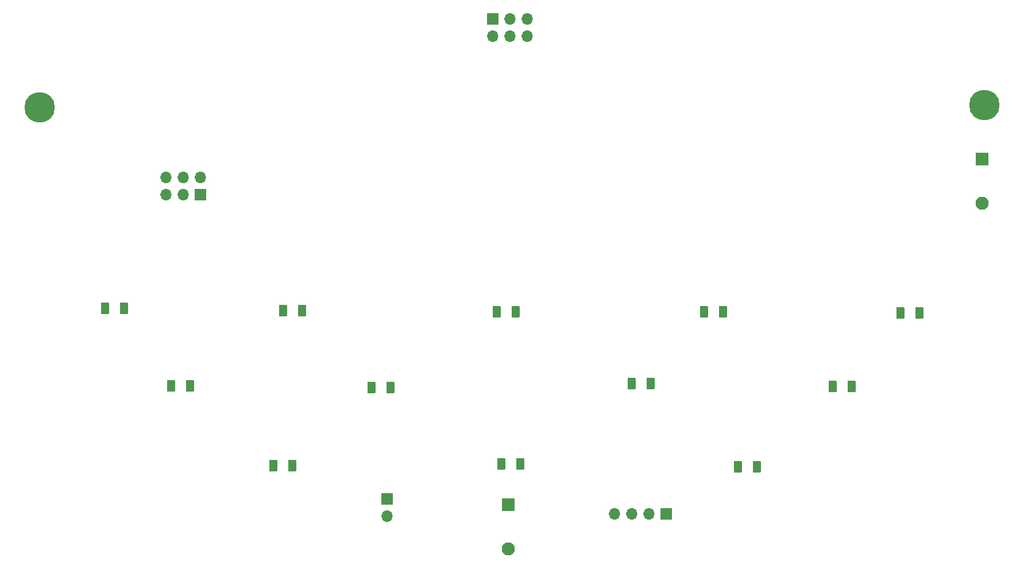
<source format=gbr>
%TF.GenerationSoftware,KiCad,Pcbnew,7.99.0-1211-g2ac3f4cc9e*%
%TF.CreationDate,2023-06-01T18:32:40-04:00*%
%TF.ProjectId,adidas,61646964-6173-42e6-9b69-6361645f7063,v0.3*%
%TF.SameCoordinates,Original*%
%TF.FileFunction,Soldermask,Top*%
%TF.FilePolarity,Negative*%
%FSLAX46Y46*%
G04 Gerber Fmt 4.6, Leading zero omitted, Abs format (unit mm)*
G04 Created by KiCad (PCBNEW 7.99.0-1211-g2ac3f4cc9e) date 2023-06-01 18:32:40*
%MOMM*%
%LPD*%
G01*
G04 APERTURE LIST*
G04 Aperture macros list*
%AMRoundRect*
0 Rectangle with rounded corners*
0 $1 Rounding radius*
0 $2 $3 $4 $5 $6 $7 $8 $9 X,Y pos of 4 corners*
0 Add a 4 corners polygon primitive as box body*
4,1,4,$2,$3,$4,$5,$6,$7,$8,$9,$2,$3,0*
0 Add four circle primitives for the rounded corners*
1,1,$1+$1,$2,$3*
1,1,$1+$1,$4,$5*
1,1,$1+$1,$6,$7*
1,1,$1+$1,$8,$9*
0 Add four rect primitives between the rounded corners*
20,1,$1+$1,$2,$3,$4,$5,0*
20,1,$1+$1,$4,$5,$6,$7,0*
20,1,$1+$1,$6,$7,$8,$9,0*
20,1,$1+$1,$8,$9,$2,$3,0*%
G04 Aperture macros list end*
%ADD10C,4.500000*%
%ADD11RoundRect,0.250000X-0.375000X-0.625000X0.375000X-0.625000X0.375000X0.625000X-0.375000X0.625000X0*%
%ADD12R,1.700000X1.700000*%
%ADD13O,1.700000X1.700000*%
%ADD14R,1.950000X1.950000*%
%ADD15C,1.950000*%
G04 APERTURE END LIST*
D10*
%TO.C,hole1*%
X234924600Y-75666600D03*
%TD*%
D11*
%TO.C,D2*%
X163753800Y-128625600D03*
X166553800Y-128625600D03*
%TD*%
D10*
%TO.C,hole2*%
X95656400Y-76047600D03*
%TD*%
D11*
%TO.C,D5*%
X144571500Y-117322600D03*
X147371500Y-117322600D03*
%TD*%
%TO.C,D12*%
X222529400Y-106324400D03*
X225329400Y-106324400D03*
%TD*%
%TO.C,D4*%
X115008400Y-117094000D03*
X117808400Y-117094000D03*
%TD*%
%TO.C,D6*%
X182904700Y-116763800D03*
X185704700Y-116763800D03*
%TD*%
%TO.C,D10*%
X163036600Y-106146600D03*
X165836600Y-106146600D03*
%TD*%
%TO.C,D8*%
X105331000Y-105689400D03*
X108131000Y-105689400D03*
%TD*%
%TO.C,D9*%
X131518400Y-105968800D03*
X134318400Y-105968800D03*
%TD*%
%TO.C,D11*%
X193621200Y-106172000D03*
X196421200Y-106172000D03*
%TD*%
%TO.C,D3*%
X198574200Y-128981200D03*
X201374200Y-128981200D03*
%TD*%
%TO.C,D7*%
X212595200Y-117170200D03*
X215395200Y-117170200D03*
%TD*%
%TO.C,D1*%
X130109800Y-128879600D03*
X132909800Y-128879600D03*
%TD*%
D12*
%TO.C,J2*%
X162483800Y-63017400D03*
D13*
X162483800Y-65557400D03*
X165023800Y-63017400D03*
X165023800Y-65557400D03*
X167563800Y-63017400D03*
X167563800Y-65557400D03*
%TD*%
D12*
%TO.C,J4*%
X146887800Y-133725600D03*
D13*
X146887800Y-136265600D03*
%TD*%
D14*
%TO.C,S2*%
X234619800Y-83674100D03*
D15*
X234619800Y-90174100D03*
%TD*%
D14*
%TO.C,S1*%
X164769800Y-134620000D03*
D15*
X164769800Y-141120000D03*
%TD*%
D12*
%TO.C,J1*%
X119339600Y-88930400D03*
D13*
X119339600Y-86390400D03*
X116799600Y-88930400D03*
X116799600Y-86390400D03*
X114259600Y-88930400D03*
X114259600Y-86390400D03*
%TD*%
D12*
%TO.C,J3*%
X187985400Y-135966200D03*
D13*
X185445400Y-135966200D03*
X182905400Y-135966200D03*
X180365400Y-135966200D03*
%TD*%
M02*

</source>
